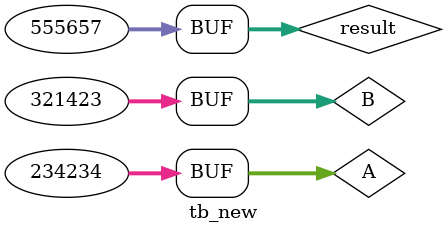
<source format=v>
`timescale  1ns / 1ps
module N_2bitadder(S,Cout,A, B, Cin);
parameter N=16;
input  [N-1:0] A, B;
input  Cin;
output Cout;
output [N-1:0] S;

wire   [N:0] c;

assign c[0] = Cin;

genvar i;
generate
    for (i = 0; i < N; i=i+1) 
    begin : loop
		FullAdder fa(A[i],B[i],c[i],S[i],c[i+1]);
    end
endgenerate

assign Cout = c[N];

endmodule
module FullAdder(FA_A, FA_B, Cin, FA_S, Cout);
    input  FA_A, FA_B, Cin;
    output FA_S, Cout;
    assign {Cout,FA_S} = FA_A + FA_B + Cin;

endmodule

module N_bitadder(S,cout,A,B);
parameter N = 32;
input [N-1:0] A,B;
output [N-1:0]S;
output cout;
wire [N/2-1:0] s1,s0;
wire c0,c1,c;

N_2bitadder a1(S[N/2-1:0],c,A[N/2-1:0],B[N/2-1:0],1'b0);
N_2bitadder a2(s0,c0,A[N-1:N/2],B[N-1:N/2],1'b0);
N_2bitadder a3(s1,c1,A[N-1:N/2],B[N-1:N/2],1'b1);

assign S[N-1:N/2] = (c==0) ? s0:s1; 
assign cout = (c==0) ? c0:c1;

endmodule


module tb_new;

	// Inputs
    parameter N = 32;
	reg [N-1:0] A;
	reg [N-1:0] B;

	// Outputs
	wire [N-1:0] S;
	wire cout;

	// Instantiate the Unit Under Test (UUT)
	N_bitadder uut (
		.S(S), 
		.cout(cout), 
		.A(A), 
		.B(B)
	);

    wire [N-1:0]result;
    wire check;
    assign result = A + B;
    assign check = result^{cout,S};

	initial begin
		// Initialize Inputs
	
		

		// Wait 100 ns for global reset to finish
		#100;
        A  = 432; B = 5345;
		#10 A = 234234; B = 321423;
        
	end

    initial begin
        $monitor("A=%d B=%d output = %d carry = %d result = %d check = %d",A,B,S,cout,result,check);
    end
      
endmodule
</source>
